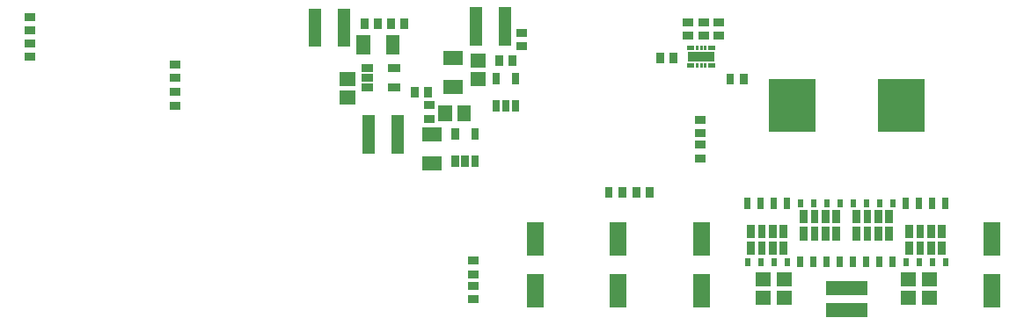
<source format=gbr>
G04 start of page 12 for group -4015 idx -4015 *
G04 Title: uart, toppaste *
G04 Creator: pcb 20140316 *
G04 CreationDate: Wed 16 Jan 2019 07:50:34 AM GMT UTC *
G04 For: brian *
G04 Format: Gerber/RS-274X *
G04 PCB-Dimensions (mil): 9000.00 5000.00 *
G04 PCB-Coordinate-Origin: lower left *
%MOIN*%
%FSLAX25Y25*%
%LNTOPPASTE*%
%ADD207R,0.0362X0.0362*%
%ADD206R,0.0098X0.0098*%
%ADD205R,0.0197X0.0197*%
%ADD204R,0.0472X0.0472*%
%ADD203R,0.0528X0.0528*%
%ADD202R,0.0280X0.0280*%
%ADD201R,0.0295X0.0295*%
%ADD200R,0.0512X0.0512*%
%ADD199R,0.0630X0.0630*%
%ADD198R,0.1772X0.1772*%
%ADD197R,0.0221X0.0221*%
%ADD196R,0.0294X0.0294*%
%ADD195R,0.0200X0.0200*%
%ADD194R,0.0551X0.0551*%
G54D194*X625882Y240634D02*X636118D01*
X625882Y232366D02*X636118D01*
G54D195*X628500Y273465D02*Y272449D01*
X623500Y273465D02*Y272449D01*
X618500Y273465D02*Y272449D01*
X613500Y273465D02*Y272449D01*
G54D196*X627177Y268854D02*Y266697D01*
Y262382D02*Y260224D01*
X623059Y268854D02*Y266697D01*
Y262382D02*Y260224D01*
X618941Y268854D02*Y266697D01*
Y262382D02*Y260224D01*
X614823Y268854D02*Y266697D01*
Y262382D02*Y260224D01*
G54D197*X628500Y251650D02*Y249642D01*
X623500Y251650D02*Y249642D01*
X618500Y251650D02*Y249642D01*
X613500Y251650D02*Y249642D01*
G54D195*X653500Y251051D02*Y250035D01*
X658500Y251051D02*Y250035D01*
X663500Y251051D02*Y250035D01*
X668500Y251051D02*Y250035D01*
G54D196*X654823Y256803D02*Y254646D01*
Y263276D02*Y261118D01*
X658941Y256803D02*Y254646D01*
Y263276D02*Y261118D01*
X663059Y256803D02*Y254646D01*
Y263276D02*Y261118D01*
X667177Y256803D02*Y254646D01*
Y263276D02*Y261118D01*
G54D197*X653500Y273858D02*Y271850D01*
X658500Y273858D02*Y271850D01*
X663500Y273858D02*Y271850D01*
X668500Y273858D02*Y271850D01*
G54D195*X648500Y273465D02*Y272449D01*
X643500Y273465D02*Y272449D01*
X638500Y273465D02*Y272449D01*
X633500Y273465D02*Y272449D01*
G54D196*X647177Y268854D02*Y266697D01*
Y262382D02*Y260224D01*
X643059Y268854D02*Y266697D01*
Y262382D02*Y260224D01*
X638941Y268854D02*Y266697D01*
Y262382D02*Y260224D01*
X634823Y268854D02*Y266697D01*
Y262382D02*Y260224D01*
G54D197*X648500Y251650D02*Y249642D01*
X643500Y251650D02*Y249642D01*
X638500Y251650D02*Y249642D01*
X633500Y251650D02*Y249642D01*
G54D195*X593500Y251051D02*Y250035D01*
X598500Y251051D02*Y250035D01*
X603500Y251051D02*Y250035D01*
X608500Y251051D02*Y250035D01*
G54D196*X594823Y256803D02*Y254646D01*
Y263276D02*Y261118D01*
X598941Y256803D02*Y254646D01*
Y263276D02*Y261118D01*
X603059Y256803D02*Y254646D01*
Y263276D02*Y261118D01*
X607177Y256803D02*Y254646D01*
Y263276D02*Y261118D01*
G54D197*X593500Y273858D02*Y271850D01*
X598500Y273858D02*Y271850D01*
X603500Y273858D02*Y271850D01*
X608500Y273858D02*Y271850D01*
G54D198*X610331Y310984D02*Y309016D01*
X651669Y310984D02*Y309016D01*
G54D199*X513000Y262492D02*Y256193D01*
Y242807D02*Y236508D01*
X544500Y262492D02*Y256193D01*
Y242807D02*Y236508D01*
X576000Y262492D02*Y256193D01*
Y242807D02*Y236508D01*
G54D200*X654107Y244043D02*X654893D01*
X654107Y236957D02*X654893D01*
X662107Y244043D02*X662893D01*
X662107Y236957D02*X662893D01*
G54D199*X686000Y262492D02*Y256193D01*
Y242807D02*Y236508D01*
G54D200*X607107Y244043D02*X607893D01*
X607107Y236957D02*X607893D01*
X599107Y244043D02*X599893D01*
X599107Y236957D02*X599893D01*
G54D201*X448441Y341492D02*Y340508D01*
X453559Y341492D02*Y340508D01*
X458441Y341492D02*Y340508D01*
X463559Y341492D02*Y340508D01*
G54D200*X441607Y312957D02*X442393D01*
X441607Y320043D02*X442393D01*
G54D202*X448600Y324200D02*X450200D01*
X448600Y320500D02*X450200D01*
X448600Y316800D02*X450200D01*
X458800D02*X460400D01*
X458800Y324200D02*X460400D01*
G54D203*X447870Y333906D02*Y332094D01*
X459130Y333906D02*Y332094D01*
G54D204*X449988Y303921D02*Y294079D01*
X461012Y303921D02*Y294079D01*
X440512Y344421D02*Y334579D01*
X429488Y344421D02*Y334579D01*
G54D203*X473094Y287870D02*X474906D01*
X473094Y299130D02*X474906D01*
G54D201*X472508Y310059D02*X473492D01*
X472508Y304941D02*X473492D01*
G54D202*X482800Y289700D02*Y288100D01*
X486500Y289700D02*Y288100D01*
X490200Y289700D02*Y288100D01*
Y299900D02*Y298300D01*
X482800Y299900D02*Y298300D01*
G54D200*X478957Y307393D02*Y306607D01*
X486043Y307393D02*Y306607D01*
G54D203*X481094Y316870D02*X482906D01*
X481094Y328130D02*X482906D01*
G54D202*X498300Y310700D02*Y309100D01*
X502000Y310700D02*Y309100D01*
X505700Y310700D02*Y309100D01*
Y320900D02*Y319300D01*
X498300Y320900D02*Y319300D01*
G54D204*X490488Y344921D02*Y335079D01*
X501512Y344921D02*Y335079D01*
G54D201*X504559Y327492D02*Y326508D01*
X499441Y327492D02*Y326508D01*
X507508Y337559D02*X508492D01*
X507508Y332441D02*X508492D01*
X467441Y315492D02*Y314508D01*
X472559Y315492D02*Y314508D01*
G54D200*X491107Y327043D02*X491893D01*
X491107Y319957D02*X491893D01*
G54D201*X575008Y295059D02*X575992D01*
X575008Y289941D02*X575992D01*
X575008Y299441D02*X575992D01*
X575008Y304559D02*X575992D01*
G54D205*X571768Y325154D02*X572358D01*
G54D206*X574425Y325646D02*Y324661D01*
X576000Y325646D02*Y324661D01*
X577575Y325646D02*Y324661D01*
G54D205*X579642Y325154D02*X580232D01*
X579642Y331846D02*X580232D01*
G54D206*X577575Y332339D02*Y331354D01*
X576000Y332339D02*Y331354D01*
X574425Y332339D02*Y331354D01*
G54D205*X571768Y331846D02*X572358D01*
G54D207*X572850Y328500D02*X579150D01*
G54D201*X582008Y336441D02*X582992D01*
X582008Y341559D02*X582992D01*
X560441Y328492D02*Y327508D01*
X565559Y328492D02*Y327508D01*
X586941Y320492D02*Y319508D01*
X592059Y320492D02*Y319508D01*
X570508Y336441D02*X571492D01*
X570508Y341559D02*X571492D01*
X576508Y336441D02*X577492D01*
X576508Y341559D02*X577492D01*
X546059Y277492D02*Y276508D01*
X540941Y277492D02*Y276508D01*
X551441Y277492D02*Y276508D01*
X556559Y277492D02*Y276508D01*
X376008Y315059D02*X376992D01*
X376008Y309941D02*X376992D01*
X376008Y320441D02*X376992D01*
X376008Y325559D02*X376992D01*
X489008Y245941D02*X489992D01*
X489008Y251059D02*X489992D01*
X489008Y241559D02*X489992D01*
X489008Y236441D02*X489992D01*
X321008Y333559D02*X321992D01*
X321008Y328441D02*X321992D01*
X321008Y338441D02*X321992D01*
X321008Y343559D02*X321992D01*
M02*

</source>
